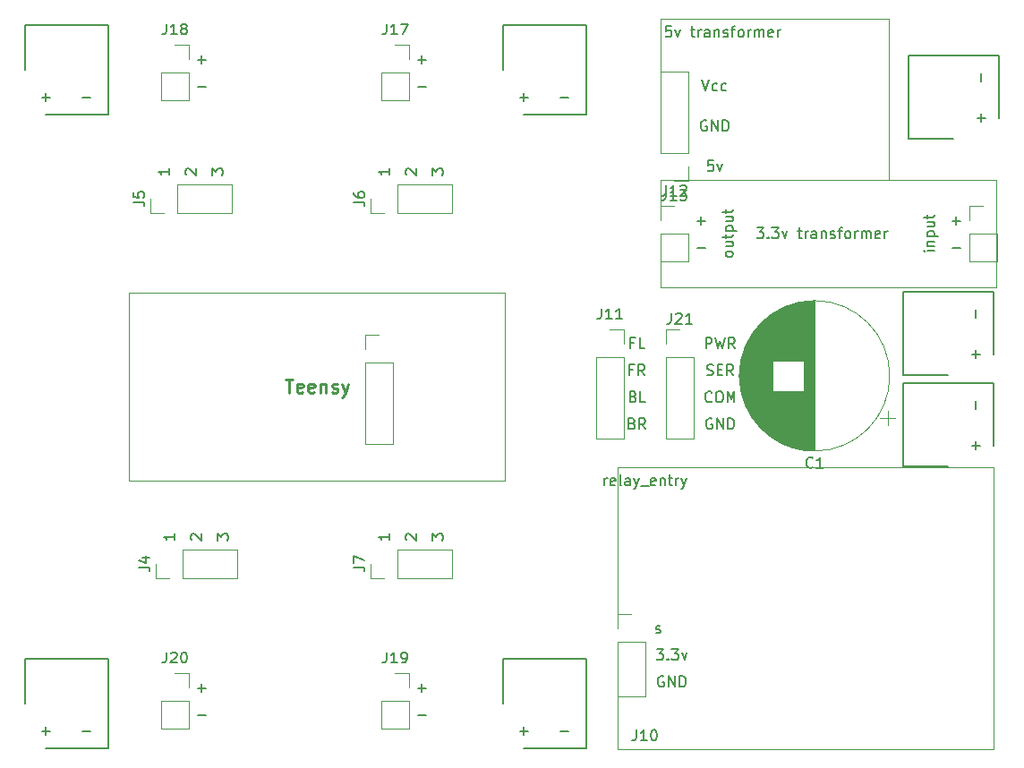
<source format=gto>
%TF.GenerationSoftware,KiCad,Pcbnew,5.1.10-88a1d61d58~88~ubuntu18.04.1*%
%TF.CreationDate,2022-01-24T00:07:05+01:00*%
%TF.ProjectId,catbot_electronics_board,7061766c-6f76-45f6-9d69-6e695f656c65,rev?*%
%TF.SameCoordinates,Original*%
%TF.FileFunction,Legend,Top*%
%TF.FilePolarity,Positive*%
%FSLAX46Y46*%
G04 Gerber Fmt 4.6, Leading zero omitted, Abs format (unit mm)*
G04 Created by KiCad (PCBNEW 5.1.10-88a1d61d58~88~ubuntu18.04.1) date 2022-01-24 00:07:05*
%MOMM*%
%LPD*%
G01*
G04 APERTURE LIST*
%ADD10C,0.200000*%
%ADD11C,0.120000*%
%ADD12C,0.100000*%
%ADD13C,0.150000*%
%ADD14C,0.254000*%
G04 APERTURE END LIST*
D10*
%TO.C,J14*%
X148658000Y-123362000D02*
X152908000Y-123362000D01*
X148658000Y-115502000D02*
X148658000Y-123362000D01*
X157158000Y-115502000D02*
X148658000Y-115502000D01*
X157158000Y-121412000D02*
X157158000Y-115502000D01*
%TO.C,J8*%
X65614000Y-150182000D02*
X65614000Y-154432000D01*
X73474000Y-150182000D02*
X65614000Y-150182000D01*
X73474000Y-158682000D02*
X73474000Y-150182000D01*
X67564000Y-158682000D02*
X73474000Y-158682000D01*
D11*
%TO.C,J21*%
X126178000Y-129346000D02*
X128838000Y-129346000D01*
X126178000Y-121666000D02*
X126178000Y-129346000D01*
X128838000Y-121666000D02*
X128838000Y-129346000D01*
X126178000Y-121666000D02*
X128838000Y-121666000D01*
X126178000Y-120396000D02*
X126178000Y-119066000D01*
X126178000Y-119066000D02*
X127508000Y-119066000D01*
%TO.C,J20*%
X78426000Y-154178000D02*
X81086000Y-154178000D01*
X78426000Y-154178000D02*
X78426000Y-156778000D01*
X78426000Y-156778000D02*
X81086000Y-156778000D01*
X81086000Y-154178000D02*
X81086000Y-156778000D01*
X81086000Y-151578000D02*
X81086000Y-152908000D01*
X79756000Y-151578000D02*
X81086000Y-151578000D01*
%TO.C,J19*%
X99254000Y-154178000D02*
X101914000Y-154178000D01*
X99254000Y-154178000D02*
X99254000Y-156778000D01*
X99254000Y-156778000D02*
X101914000Y-156778000D01*
X101914000Y-154178000D02*
X101914000Y-156778000D01*
X101914000Y-151578000D02*
X101914000Y-152908000D01*
X100584000Y-151578000D02*
X101914000Y-151578000D01*
%TO.C,J18*%
X78426000Y-94742000D02*
X81086000Y-94742000D01*
X78426000Y-94742000D02*
X78426000Y-97342000D01*
X78426000Y-97342000D02*
X81086000Y-97342000D01*
X81086000Y-94742000D02*
X81086000Y-97342000D01*
X81086000Y-92142000D02*
X81086000Y-93472000D01*
X79756000Y-92142000D02*
X81086000Y-92142000D01*
%TO.C,J17*%
X99254000Y-94742000D02*
X101914000Y-94742000D01*
X99254000Y-94742000D02*
X99254000Y-97342000D01*
X99254000Y-97342000D02*
X101914000Y-97342000D01*
X101914000Y-94742000D02*
X101914000Y-97342000D01*
X101914000Y-92142000D02*
X101914000Y-93472000D01*
X100584000Y-92142000D02*
X101914000Y-92142000D01*
D10*
%TO.C,J16*%
X149166000Y-101010000D02*
X153416000Y-101010000D01*
X149166000Y-93150000D02*
X149166000Y-101010000D01*
X157666000Y-93150000D02*
X149166000Y-93150000D01*
X157666000Y-99060000D02*
X157666000Y-93150000D01*
%TO.C,J15*%
X65614000Y-90238000D02*
X65614000Y-94488000D01*
X73474000Y-90238000D02*
X65614000Y-90238000D01*
X73474000Y-98738000D02*
X73474000Y-90238000D01*
X67564000Y-98738000D02*
X73474000Y-98738000D01*
D11*
%TO.C,J11*%
X119574000Y-121666000D02*
X122234000Y-121666000D01*
X119574000Y-121666000D02*
X119574000Y-129346000D01*
X119574000Y-129346000D02*
X122234000Y-129346000D01*
X122234000Y-121666000D02*
X122234000Y-129346000D01*
X122234000Y-119066000D02*
X122234000Y-120396000D01*
X120904000Y-119066000D02*
X122234000Y-119066000D01*
D10*
%TO.C,J9*%
X148658000Y-131998000D02*
X152908000Y-131998000D01*
X148658000Y-124138000D02*
X148658000Y-131998000D01*
X157158000Y-124138000D02*
X148658000Y-124138000D01*
X157158000Y-130048000D02*
X157158000Y-124138000D01*
D11*
%TO.C,J7*%
X105978000Y-142554000D02*
X105978000Y-139894000D01*
X100838000Y-142554000D02*
X105978000Y-142554000D01*
X100838000Y-139894000D02*
X105978000Y-139894000D01*
X100838000Y-142554000D02*
X100838000Y-139894000D01*
X99568000Y-142554000D02*
X98238000Y-142554000D01*
X98238000Y-142554000D02*
X98238000Y-141224000D01*
%TO.C,J6*%
X105978000Y-108010000D02*
X105978000Y-105350000D01*
X100838000Y-108010000D02*
X105978000Y-108010000D01*
X100838000Y-105350000D02*
X105978000Y-105350000D01*
X100838000Y-108010000D02*
X100838000Y-105350000D01*
X99568000Y-108010000D02*
X98238000Y-108010000D01*
X98238000Y-108010000D02*
X98238000Y-106680000D01*
%TO.C,J5*%
X85150000Y-108010000D02*
X85150000Y-105350000D01*
X80010000Y-108010000D02*
X85150000Y-108010000D01*
X80010000Y-105350000D02*
X85150000Y-105350000D01*
X80010000Y-108010000D02*
X80010000Y-105350000D01*
X78740000Y-108010000D02*
X77410000Y-108010000D01*
X77410000Y-108010000D02*
X77410000Y-106680000D01*
%TO.C,J4*%
X85658000Y-142554000D02*
X85658000Y-139894000D01*
X80518000Y-142554000D02*
X85658000Y-142554000D01*
X80518000Y-139894000D02*
X85658000Y-139894000D01*
X80518000Y-142554000D02*
X80518000Y-139894000D01*
X79248000Y-142554000D02*
X77918000Y-142554000D01*
X77918000Y-142554000D02*
X77918000Y-141224000D01*
D10*
%TO.C,J3*%
X110826000Y-90238000D02*
X110826000Y-94488000D01*
X118686000Y-90238000D02*
X110826000Y-90238000D01*
X118686000Y-98738000D02*
X118686000Y-90238000D01*
X112776000Y-98738000D02*
X118686000Y-98738000D01*
%TO.C,J2*%
X110826000Y-150182000D02*
X110826000Y-154432000D01*
X118686000Y-150182000D02*
X110826000Y-150182000D01*
X118686000Y-158682000D02*
X118686000Y-150182000D01*
X112776000Y-158682000D02*
X118686000Y-158682000D01*
D11*
%TO.C,J1*%
X97730000Y-129854000D02*
X100390000Y-129854000D01*
X97730000Y-122174000D02*
X97730000Y-129854000D01*
X100390000Y-122174000D02*
X100390000Y-129854000D01*
X97730000Y-122174000D02*
X100390000Y-122174000D01*
X97730000Y-120904000D02*
X97730000Y-119574000D01*
X97730000Y-119574000D02*
X99060000Y-119574000D01*
%TO.C,J12*%
X128330000Y-94682000D02*
X125670000Y-94682000D01*
X128330000Y-102362000D02*
X128330000Y-94682000D01*
X125670000Y-102362000D02*
X125670000Y-94682000D01*
X128330000Y-102362000D02*
X125670000Y-102362000D01*
X128330000Y-103632000D02*
X128330000Y-104962000D01*
X128330000Y-104962000D02*
X127000000Y-104962000D01*
X125670000Y-94682000D02*
X125730000Y-89662000D01*
X125730000Y-89662000D02*
X147320000Y-89662000D01*
X147320000Y-89662000D02*
X147320000Y-104902000D01*
X147320000Y-104902000D02*
X128270000Y-104902000D01*
%TO.C,J13*%
X125670000Y-107382000D02*
X127000000Y-107382000D01*
X125670000Y-108712000D02*
X125670000Y-107382000D01*
X125670000Y-109982000D02*
X128330000Y-109982000D01*
X128330000Y-109982000D02*
X128330000Y-112582000D01*
X125670000Y-109982000D02*
X125670000Y-112582000D01*
X125670000Y-112582000D02*
X128330000Y-112582000D01*
X125730000Y-107442000D02*
X125730000Y-104902000D01*
X125730000Y-104902000D02*
X157480000Y-104902000D01*
X157480000Y-104902000D02*
X157480000Y-113792000D01*
X125670000Y-112582000D02*
X125730000Y-115062000D01*
X125730000Y-115062000D02*
X157480000Y-115062000D01*
X157480000Y-115062000D02*
X157480000Y-113792000D01*
X157540000Y-109982000D02*
X157540000Y-112582000D01*
X154880000Y-108712000D02*
X154880000Y-107382000D01*
X154880000Y-107382000D02*
X156210000Y-107382000D01*
X154880000Y-109982000D02*
X154880000Y-112582000D01*
X154880000Y-112582000D02*
X157540000Y-112582000D01*
X154880000Y-109982000D02*
X157540000Y-109982000D01*
%TO.C,J10*%
X121666000Y-158750000D02*
X121606000Y-153730000D01*
X157226000Y-158750000D02*
X121666000Y-158750000D01*
X157226000Y-132080000D02*
X157226000Y-158750000D01*
X121666000Y-132080000D02*
X157226000Y-132080000D01*
X121666000Y-146050000D02*
X121666000Y-132080000D01*
X121606000Y-153730000D02*
X124266000Y-153730000D01*
X121606000Y-148590000D02*
X121606000Y-153730000D01*
X124266000Y-148590000D02*
X124266000Y-153730000D01*
X121606000Y-148590000D02*
X124266000Y-148590000D01*
X121606000Y-147320000D02*
X121606000Y-145990000D01*
X121606000Y-145990000D02*
X122936000Y-145990000D01*
D12*
%TO.C,Teensy*%
X75438000Y-133350000D02*
X75438000Y-115570000D01*
X110998000Y-133350000D02*
X75438000Y-133350000D01*
X110998000Y-115570000D02*
X110998000Y-133350000D01*
X75438000Y-115570000D02*
X110998000Y-115570000D01*
D11*
%TO.C,C1*%
X147368000Y-123444000D02*
G75*
G03*
X147368000Y-123444000I-7120000J0D01*
G01*
X140248000Y-130524000D02*
X140248000Y-116364000D01*
X140208000Y-130524000D02*
X140208000Y-116364000D01*
X140168000Y-130524000D02*
X140168000Y-116364000D01*
X140128000Y-130523000D02*
X140128000Y-116365000D01*
X140088000Y-130523000D02*
X140088000Y-116365000D01*
X140048000Y-130522000D02*
X140048000Y-116366000D01*
X140008000Y-130520000D02*
X140008000Y-116368000D01*
X139968000Y-130519000D02*
X139968000Y-116369000D01*
X139928000Y-130517000D02*
X139928000Y-116371000D01*
X139888000Y-130515000D02*
X139888000Y-116373000D01*
X139848000Y-130513000D02*
X139848000Y-116375000D01*
X139808000Y-130511000D02*
X139808000Y-116377000D01*
X139768000Y-130508000D02*
X139768000Y-116380000D01*
X139728000Y-130505000D02*
X139728000Y-116383000D01*
X139688000Y-130502000D02*
X139688000Y-116386000D01*
X139648000Y-130499000D02*
X139648000Y-116389000D01*
X139608000Y-130496000D02*
X139608000Y-116392000D01*
X139568000Y-130492000D02*
X139568000Y-116396000D01*
X139527000Y-130488000D02*
X139527000Y-116400000D01*
X139487000Y-130484000D02*
X139487000Y-116404000D01*
X139447000Y-130479000D02*
X139447000Y-116409000D01*
X139407000Y-130475000D02*
X139407000Y-116413000D01*
X139367000Y-130470000D02*
X139367000Y-116418000D01*
X139327000Y-130465000D02*
X139327000Y-116423000D01*
X139287000Y-130459000D02*
X139287000Y-116429000D01*
X139247000Y-130454000D02*
X139247000Y-116434000D01*
X139207000Y-130448000D02*
X139207000Y-116440000D01*
X139167000Y-130442000D02*
X139167000Y-124884000D01*
X139167000Y-122004000D02*
X139167000Y-116446000D01*
X139127000Y-130436000D02*
X139127000Y-124884000D01*
X139127000Y-122004000D02*
X139127000Y-116452000D01*
X139087000Y-130429000D02*
X139087000Y-124884000D01*
X139087000Y-122004000D02*
X139087000Y-116459000D01*
X139047000Y-130423000D02*
X139047000Y-124884000D01*
X139047000Y-122004000D02*
X139047000Y-116465000D01*
X139007000Y-130416000D02*
X139007000Y-124884000D01*
X139007000Y-122004000D02*
X139007000Y-116472000D01*
X138967000Y-130408000D02*
X138967000Y-124884000D01*
X138967000Y-122004000D02*
X138967000Y-116480000D01*
X138927000Y-130401000D02*
X138927000Y-124884000D01*
X138927000Y-122004000D02*
X138927000Y-116487000D01*
X138887000Y-130393000D02*
X138887000Y-124884000D01*
X138887000Y-122004000D02*
X138887000Y-116495000D01*
X138847000Y-130386000D02*
X138847000Y-124884000D01*
X138847000Y-122004000D02*
X138847000Y-116502000D01*
X138807000Y-130377000D02*
X138807000Y-124884000D01*
X138807000Y-122004000D02*
X138807000Y-116511000D01*
X138767000Y-130369000D02*
X138767000Y-124884000D01*
X138767000Y-122004000D02*
X138767000Y-116519000D01*
X138727000Y-130360000D02*
X138727000Y-124884000D01*
X138727000Y-122004000D02*
X138727000Y-116528000D01*
X138687000Y-130351000D02*
X138687000Y-124884000D01*
X138687000Y-122004000D02*
X138687000Y-116537000D01*
X138647000Y-130342000D02*
X138647000Y-124884000D01*
X138647000Y-122004000D02*
X138647000Y-116546000D01*
X138607000Y-130333000D02*
X138607000Y-124884000D01*
X138607000Y-122004000D02*
X138607000Y-116555000D01*
X138567000Y-130323000D02*
X138567000Y-124884000D01*
X138567000Y-122004000D02*
X138567000Y-116565000D01*
X138527000Y-130314000D02*
X138527000Y-124884000D01*
X138527000Y-122004000D02*
X138527000Y-116574000D01*
X138487000Y-130304000D02*
X138487000Y-124884000D01*
X138487000Y-122004000D02*
X138487000Y-116584000D01*
X138447000Y-130293000D02*
X138447000Y-124884000D01*
X138447000Y-122004000D02*
X138447000Y-116595000D01*
X138407000Y-130283000D02*
X138407000Y-124884000D01*
X138407000Y-122004000D02*
X138407000Y-116605000D01*
X138367000Y-130272000D02*
X138367000Y-124884000D01*
X138367000Y-122004000D02*
X138367000Y-116616000D01*
X138327000Y-130261000D02*
X138327000Y-124884000D01*
X138327000Y-122004000D02*
X138327000Y-116627000D01*
X138287000Y-130249000D02*
X138287000Y-124884000D01*
X138287000Y-122004000D02*
X138287000Y-116639000D01*
X138247000Y-130238000D02*
X138247000Y-124884000D01*
X138247000Y-122004000D02*
X138247000Y-116650000D01*
X138207000Y-130226000D02*
X138207000Y-124884000D01*
X138207000Y-122004000D02*
X138207000Y-116662000D01*
X138167000Y-130214000D02*
X138167000Y-124884000D01*
X138167000Y-122004000D02*
X138167000Y-116674000D01*
X138127000Y-130202000D02*
X138127000Y-124884000D01*
X138127000Y-122004000D02*
X138127000Y-116686000D01*
X138087000Y-130189000D02*
X138087000Y-124884000D01*
X138087000Y-122004000D02*
X138087000Y-116699000D01*
X138047000Y-130176000D02*
X138047000Y-124884000D01*
X138047000Y-122004000D02*
X138047000Y-116712000D01*
X138007000Y-130163000D02*
X138007000Y-124884000D01*
X138007000Y-122004000D02*
X138007000Y-116725000D01*
X137967000Y-130150000D02*
X137967000Y-124884000D01*
X137967000Y-122004000D02*
X137967000Y-116738000D01*
X137927000Y-130136000D02*
X137927000Y-124884000D01*
X137927000Y-122004000D02*
X137927000Y-116752000D01*
X137887000Y-130122000D02*
X137887000Y-124884000D01*
X137887000Y-122004000D02*
X137887000Y-116766000D01*
X137847000Y-130108000D02*
X137847000Y-124884000D01*
X137847000Y-122004000D02*
X137847000Y-116780000D01*
X137807000Y-130093000D02*
X137807000Y-124884000D01*
X137807000Y-122004000D02*
X137807000Y-116795000D01*
X137767000Y-130079000D02*
X137767000Y-124884000D01*
X137767000Y-122004000D02*
X137767000Y-116809000D01*
X137727000Y-130064000D02*
X137727000Y-124884000D01*
X137727000Y-122004000D02*
X137727000Y-116824000D01*
X137687000Y-130048000D02*
X137687000Y-124884000D01*
X137687000Y-122004000D02*
X137687000Y-116840000D01*
X137647000Y-130033000D02*
X137647000Y-124884000D01*
X137647000Y-122004000D02*
X137647000Y-116855000D01*
X137607000Y-130017000D02*
X137607000Y-124884000D01*
X137607000Y-122004000D02*
X137607000Y-116871000D01*
X137567000Y-130001000D02*
X137567000Y-124884000D01*
X137567000Y-122004000D02*
X137567000Y-116887000D01*
X137527000Y-129984000D02*
X137527000Y-124884000D01*
X137527000Y-122004000D02*
X137527000Y-116904000D01*
X137487000Y-129968000D02*
X137487000Y-124884000D01*
X137487000Y-122004000D02*
X137487000Y-116920000D01*
X137447000Y-129951000D02*
X137447000Y-124884000D01*
X137447000Y-122004000D02*
X137447000Y-116937000D01*
X137407000Y-129934000D02*
X137407000Y-124884000D01*
X137407000Y-122004000D02*
X137407000Y-116954000D01*
X137367000Y-129916000D02*
X137367000Y-124884000D01*
X137367000Y-122004000D02*
X137367000Y-116972000D01*
X137327000Y-129898000D02*
X137327000Y-124884000D01*
X137327000Y-122004000D02*
X137327000Y-116990000D01*
X137287000Y-129880000D02*
X137287000Y-124884000D01*
X137287000Y-122004000D02*
X137287000Y-117008000D01*
X137247000Y-129862000D02*
X137247000Y-124884000D01*
X137247000Y-122004000D02*
X137247000Y-117026000D01*
X137207000Y-129843000D02*
X137207000Y-124884000D01*
X137207000Y-122004000D02*
X137207000Y-117045000D01*
X137167000Y-129824000D02*
X137167000Y-124884000D01*
X137167000Y-122004000D02*
X137167000Y-117064000D01*
X137127000Y-129804000D02*
X137127000Y-124884000D01*
X137127000Y-122004000D02*
X137127000Y-117084000D01*
X137087000Y-129785000D02*
X137087000Y-124884000D01*
X137087000Y-122004000D02*
X137087000Y-117103000D01*
X137047000Y-129765000D02*
X137047000Y-124884000D01*
X137047000Y-122004000D02*
X137047000Y-117123000D01*
X137007000Y-129745000D02*
X137007000Y-124884000D01*
X137007000Y-122004000D02*
X137007000Y-117143000D01*
X136967000Y-129724000D02*
X136967000Y-124884000D01*
X136967000Y-122004000D02*
X136967000Y-117164000D01*
X136927000Y-129703000D02*
X136927000Y-124884000D01*
X136927000Y-122004000D02*
X136927000Y-117185000D01*
X136887000Y-129682000D02*
X136887000Y-124884000D01*
X136887000Y-122004000D02*
X136887000Y-117206000D01*
X136847000Y-129660000D02*
X136847000Y-124884000D01*
X136847000Y-122004000D02*
X136847000Y-117228000D01*
X136807000Y-129638000D02*
X136807000Y-124884000D01*
X136807000Y-122004000D02*
X136807000Y-117250000D01*
X136767000Y-129616000D02*
X136767000Y-124884000D01*
X136767000Y-122004000D02*
X136767000Y-117272000D01*
X136727000Y-129594000D02*
X136727000Y-124884000D01*
X136727000Y-122004000D02*
X136727000Y-117294000D01*
X136687000Y-129571000D02*
X136687000Y-124884000D01*
X136687000Y-122004000D02*
X136687000Y-117317000D01*
X136647000Y-129547000D02*
X136647000Y-124884000D01*
X136647000Y-122004000D02*
X136647000Y-117341000D01*
X136607000Y-129524000D02*
X136607000Y-124884000D01*
X136607000Y-122004000D02*
X136607000Y-117364000D01*
X136567000Y-129500000D02*
X136567000Y-124884000D01*
X136567000Y-122004000D02*
X136567000Y-117388000D01*
X136527000Y-129475000D02*
X136527000Y-124884000D01*
X136527000Y-122004000D02*
X136527000Y-117413000D01*
X136487000Y-129451000D02*
X136487000Y-124884000D01*
X136487000Y-122004000D02*
X136487000Y-117437000D01*
X136447000Y-129426000D02*
X136447000Y-124884000D01*
X136447000Y-122004000D02*
X136447000Y-117462000D01*
X136407000Y-129400000D02*
X136407000Y-124884000D01*
X136407000Y-122004000D02*
X136407000Y-117488000D01*
X136367000Y-129374000D02*
X136367000Y-124884000D01*
X136367000Y-122004000D02*
X136367000Y-117514000D01*
X136327000Y-129348000D02*
X136327000Y-124884000D01*
X136327000Y-122004000D02*
X136327000Y-117540000D01*
X136287000Y-129322000D02*
X136287000Y-117566000D01*
X136247000Y-129295000D02*
X136247000Y-117593000D01*
X136207000Y-129267000D02*
X136207000Y-117621000D01*
X136167000Y-129240000D02*
X136167000Y-117648000D01*
X136127000Y-129211000D02*
X136127000Y-117677000D01*
X136087000Y-129183000D02*
X136087000Y-117705000D01*
X136047000Y-129154000D02*
X136047000Y-117734000D01*
X136007000Y-129124000D02*
X136007000Y-117764000D01*
X135967000Y-129094000D02*
X135967000Y-117794000D01*
X135927000Y-129064000D02*
X135927000Y-117824000D01*
X135887000Y-129033000D02*
X135887000Y-117855000D01*
X135847000Y-129002000D02*
X135847000Y-117886000D01*
X135807000Y-128971000D02*
X135807000Y-117917000D01*
X135767000Y-128938000D02*
X135767000Y-117950000D01*
X135727000Y-128906000D02*
X135727000Y-117982000D01*
X135687000Y-128873000D02*
X135687000Y-118015000D01*
X135647000Y-128839000D02*
X135647000Y-118049000D01*
X135607000Y-128805000D02*
X135607000Y-118083000D01*
X135567000Y-128770000D02*
X135567000Y-118118000D01*
X135527000Y-128735000D02*
X135527000Y-118153000D01*
X135487000Y-128699000D02*
X135487000Y-118189000D01*
X135447000Y-128663000D02*
X135447000Y-118225000D01*
X135407000Y-128626000D02*
X135407000Y-118262000D01*
X135367000Y-128589000D02*
X135367000Y-118299000D01*
X135327000Y-128551000D02*
X135327000Y-118337000D01*
X135287000Y-128513000D02*
X135287000Y-118375000D01*
X135247000Y-128473000D02*
X135247000Y-118415000D01*
X135207000Y-128434000D02*
X135207000Y-118454000D01*
X135167000Y-128393000D02*
X135167000Y-118495000D01*
X135127000Y-128352000D02*
X135127000Y-118536000D01*
X135087000Y-128310000D02*
X135087000Y-118578000D01*
X135047000Y-128268000D02*
X135047000Y-118620000D01*
X135007000Y-128225000D02*
X135007000Y-118663000D01*
X134967000Y-128181000D02*
X134967000Y-118707000D01*
X134927000Y-128137000D02*
X134927000Y-118751000D01*
X134887000Y-128091000D02*
X134887000Y-118797000D01*
X134847000Y-128045000D02*
X134847000Y-118843000D01*
X134807000Y-127998000D02*
X134807000Y-118890000D01*
X134767000Y-127950000D02*
X134767000Y-118938000D01*
X134727000Y-127902000D02*
X134727000Y-118986000D01*
X134687000Y-127852000D02*
X134687000Y-119036000D01*
X134647000Y-127802000D02*
X134647000Y-119086000D01*
X134607000Y-127750000D02*
X134607000Y-119138000D01*
X134567000Y-127698000D02*
X134567000Y-119190000D01*
X134527000Y-127644000D02*
X134527000Y-119244000D01*
X134487000Y-127590000D02*
X134487000Y-119298000D01*
X134447000Y-127534000D02*
X134447000Y-119354000D01*
X134407000Y-127477000D02*
X134407000Y-119411000D01*
X134367000Y-127419000D02*
X134367000Y-119469000D01*
X134327000Y-127360000D02*
X134327000Y-119528000D01*
X134287000Y-127300000D02*
X134287000Y-119588000D01*
X134247000Y-127238000D02*
X134247000Y-119650000D01*
X134207000Y-127174000D02*
X134207000Y-119714000D01*
X134167000Y-127110000D02*
X134167000Y-119778000D01*
X134127000Y-127043000D02*
X134127000Y-119845000D01*
X134087000Y-126975000D02*
X134087000Y-119913000D01*
X134047000Y-126905000D02*
X134047000Y-119983000D01*
X134007000Y-126833000D02*
X134007000Y-120055000D01*
X133967000Y-126759000D02*
X133967000Y-120129000D01*
X133927000Y-126684000D02*
X133927000Y-120204000D01*
X133887000Y-126605000D02*
X133887000Y-120283000D01*
X133847000Y-126524000D02*
X133847000Y-120364000D01*
X133807000Y-126441000D02*
X133807000Y-120447000D01*
X133767000Y-126355000D02*
X133767000Y-120533000D01*
X133727000Y-126265000D02*
X133727000Y-120623000D01*
X133687000Y-126172000D02*
X133687000Y-120716000D01*
X133647000Y-126076000D02*
X133647000Y-120812000D01*
X133607000Y-125974000D02*
X133607000Y-120914000D01*
X133567000Y-125869000D02*
X133567000Y-121019000D01*
X133527000Y-125757000D02*
X133527000Y-121131000D01*
X133487000Y-125640000D02*
X133487000Y-121248000D01*
X133447000Y-125515000D02*
X133447000Y-121373000D01*
X133407000Y-125382000D02*
X133407000Y-121506000D01*
X133367000Y-125238000D02*
X133367000Y-121650000D01*
X133327000Y-125080000D02*
X133327000Y-121808000D01*
X133287000Y-124905000D02*
X133287000Y-121983000D01*
X133247000Y-124706000D02*
X133247000Y-122182000D01*
X133207000Y-124469000D02*
X133207000Y-122419000D01*
X133167000Y-124158000D02*
X133167000Y-122730000D01*
X147867543Y-127439000D02*
X146467543Y-127439000D01*
X147167543Y-128139000D02*
X147167543Y-126739000D01*
%TO.C,J14*%
D13*
X155519428Y-117982952D02*
X155519428Y-117221047D01*
X155519428Y-121792952D02*
X155519428Y-121031047D01*
X155900380Y-121412000D02*
X155138476Y-121412000D01*
%TO.C,J8*%
X70993047Y-157043428D02*
X71754952Y-157043428D01*
X67183047Y-157043428D02*
X67944952Y-157043428D01*
X67564000Y-157424380D02*
X67564000Y-156662476D01*
%TO.C,J21*%
X126698476Y-117518380D02*
X126698476Y-118232666D01*
X126650857Y-118375523D01*
X126555619Y-118470761D01*
X126412761Y-118518380D01*
X126317523Y-118518380D01*
X127127047Y-117613619D02*
X127174666Y-117566000D01*
X127269904Y-117518380D01*
X127508000Y-117518380D01*
X127603238Y-117566000D01*
X127650857Y-117613619D01*
X127698476Y-117708857D01*
X127698476Y-117804095D01*
X127650857Y-117946952D01*
X127079428Y-118518380D01*
X127698476Y-118518380D01*
X128650857Y-118518380D02*
X128079428Y-118518380D01*
X128365142Y-118518380D02*
X128365142Y-117518380D01*
X128269904Y-117661238D01*
X128174666Y-117756476D01*
X128079428Y-117804095D01*
X130532285Y-125833142D02*
X130484666Y-125880761D01*
X130341809Y-125928380D01*
X130246571Y-125928380D01*
X130103714Y-125880761D01*
X130008476Y-125785523D01*
X129960857Y-125690285D01*
X129913238Y-125499809D01*
X129913238Y-125356952D01*
X129960857Y-125166476D01*
X130008476Y-125071238D01*
X130103714Y-124976000D01*
X130246571Y-124928380D01*
X130341809Y-124928380D01*
X130484666Y-124976000D01*
X130532285Y-125023619D01*
X131151333Y-124928380D02*
X131341809Y-124928380D01*
X131437047Y-124976000D01*
X131532285Y-125071238D01*
X131579904Y-125261714D01*
X131579904Y-125595047D01*
X131532285Y-125785523D01*
X131437047Y-125880761D01*
X131341809Y-125928380D01*
X131151333Y-125928380D01*
X131056095Y-125880761D01*
X130960857Y-125785523D01*
X130913238Y-125595047D01*
X130913238Y-125261714D01*
X130960857Y-125071238D01*
X131056095Y-124976000D01*
X131151333Y-124928380D01*
X132008476Y-125928380D02*
X132008476Y-124928380D01*
X132341809Y-125642666D01*
X132675142Y-124928380D01*
X132675142Y-125928380D01*
X130079904Y-123340761D02*
X130222761Y-123388380D01*
X130460857Y-123388380D01*
X130556095Y-123340761D01*
X130603714Y-123293142D01*
X130651333Y-123197904D01*
X130651333Y-123102666D01*
X130603714Y-123007428D01*
X130556095Y-122959809D01*
X130460857Y-122912190D01*
X130270380Y-122864571D01*
X130175142Y-122816952D01*
X130127523Y-122769333D01*
X130079904Y-122674095D01*
X130079904Y-122578857D01*
X130127523Y-122483619D01*
X130175142Y-122436000D01*
X130270380Y-122388380D01*
X130508476Y-122388380D01*
X130651333Y-122436000D01*
X131079904Y-122864571D02*
X131413238Y-122864571D01*
X131556095Y-123388380D02*
X131079904Y-123388380D01*
X131079904Y-122388380D01*
X131556095Y-122388380D01*
X132556095Y-123388380D02*
X132222761Y-122912190D01*
X131984666Y-123388380D02*
X131984666Y-122388380D01*
X132365619Y-122388380D01*
X132460857Y-122436000D01*
X132508476Y-122483619D01*
X132556095Y-122578857D01*
X132556095Y-122721714D01*
X132508476Y-122816952D01*
X132460857Y-122864571D01*
X132365619Y-122912190D01*
X131984666Y-122912190D01*
X129984666Y-120848380D02*
X129984666Y-119848380D01*
X130365619Y-119848380D01*
X130460857Y-119896000D01*
X130508476Y-119943619D01*
X130556095Y-120038857D01*
X130556095Y-120181714D01*
X130508476Y-120276952D01*
X130460857Y-120324571D01*
X130365619Y-120372190D01*
X129984666Y-120372190D01*
X130889428Y-119848380D02*
X131127523Y-120848380D01*
X131318000Y-120134095D01*
X131508476Y-120848380D01*
X131746571Y-119848380D01*
X132698952Y-120848380D02*
X132365619Y-120372190D01*
X132127523Y-120848380D02*
X132127523Y-119848380D01*
X132508476Y-119848380D01*
X132603714Y-119896000D01*
X132651333Y-119943619D01*
X132698952Y-120038857D01*
X132698952Y-120181714D01*
X132651333Y-120276952D01*
X132603714Y-120324571D01*
X132508476Y-120372190D01*
X132127523Y-120372190D01*
X130556095Y-127516000D02*
X130460857Y-127468380D01*
X130318000Y-127468380D01*
X130175142Y-127516000D01*
X130079904Y-127611238D01*
X130032285Y-127706476D01*
X129984666Y-127896952D01*
X129984666Y-128039809D01*
X130032285Y-128230285D01*
X130079904Y-128325523D01*
X130175142Y-128420761D01*
X130318000Y-128468380D01*
X130413238Y-128468380D01*
X130556095Y-128420761D01*
X130603714Y-128373142D01*
X130603714Y-128039809D01*
X130413238Y-128039809D01*
X131032285Y-128468380D02*
X131032285Y-127468380D01*
X131603714Y-128468380D01*
X131603714Y-127468380D01*
X132079904Y-128468380D02*
X132079904Y-127468380D01*
X132318000Y-127468380D01*
X132460857Y-127516000D01*
X132556095Y-127611238D01*
X132603714Y-127706476D01*
X132651333Y-127896952D01*
X132651333Y-128039809D01*
X132603714Y-128230285D01*
X132556095Y-128325523D01*
X132460857Y-128420761D01*
X132318000Y-128468380D01*
X132079904Y-128468380D01*
%TO.C,J20*%
X78946476Y-149590380D02*
X78946476Y-150304666D01*
X78898857Y-150447523D01*
X78803619Y-150542761D01*
X78660761Y-150590380D01*
X78565523Y-150590380D01*
X79375047Y-149685619D02*
X79422666Y-149638000D01*
X79517904Y-149590380D01*
X79756000Y-149590380D01*
X79851238Y-149638000D01*
X79898857Y-149685619D01*
X79946476Y-149780857D01*
X79946476Y-149876095D01*
X79898857Y-150018952D01*
X79327428Y-150590380D01*
X79946476Y-150590380D01*
X80565523Y-149590380D02*
X80660761Y-149590380D01*
X80756000Y-149638000D01*
X80803619Y-149685619D01*
X80851238Y-149780857D01*
X80898857Y-149971333D01*
X80898857Y-150209428D01*
X80851238Y-150399904D01*
X80803619Y-150495142D01*
X80756000Y-150542761D01*
X80660761Y-150590380D01*
X80565523Y-150590380D01*
X80470285Y-150542761D01*
X80422666Y-150495142D01*
X80375047Y-150399904D01*
X80327428Y-150209428D01*
X80327428Y-149971333D01*
X80375047Y-149780857D01*
X80422666Y-149685619D01*
X80470285Y-149638000D01*
X80565523Y-149590380D01*
X81915047Y-155519428D02*
X82676952Y-155519428D01*
X81915047Y-152979428D02*
X82676952Y-152979428D01*
X82296000Y-153360380D02*
X82296000Y-152598476D01*
%TO.C,J19*%
X99774476Y-149590380D02*
X99774476Y-150304666D01*
X99726857Y-150447523D01*
X99631619Y-150542761D01*
X99488761Y-150590380D01*
X99393523Y-150590380D01*
X100774476Y-150590380D02*
X100203047Y-150590380D01*
X100488761Y-150590380D02*
X100488761Y-149590380D01*
X100393523Y-149733238D01*
X100298285Y-149828476D01*
X100203047Y-149876095D01*
X101250666Y-150590380D02*
X101441142Y-150590380D01*
X101536380Y-150542761D01*
X101584000Y-150495142D01*
X101679238Y-150352285D01*
X101726857Y-150161809D01*
X101726857Y-149780857D01*
X101679238Y-149685619D01*
X101631619Y-149638000D01*
X101536380Y-149590380D01*
X101345904Y-149590380D01*
X101250666Y-149638000D01*
X101203047Y-149685619D01*
X101155428Y-149780857D01*
X101155428Y-150018952D01*
X101203047Y-150114190D01*
X101250666Y-150161809D01*
X101345904Y-150209428D01*
X101536380Y-150209428D01*
X101631619Y-150161809D01*
X101679238Y-150114190D01*
X101726857Y-150018952D01*
X102743047Y-155519428D02*
X103504952Y-155519428D01*
X102743047Y-152979428D02*
X103504952Y-152979428D01*
X103124000Y-153360380D02*
X103124000Y-152598476D01*
%TO.C,J18*%
X78946476Y-90154380D02*
X78946476Y-90868666D01*
X78898857Y-91011523D01*
X78803619Y-91106761D01*
X78660761Y-91154380D01*
X78565523Y-91154380D01*
X79946476Y-91154380D02*
X79375047Y-91154380D01*
X79660761Y-91154380D02*
X79660761Y-90154380D01*
X79565523Y-90297238D01*
X79470285Y-90392476D01*
X79375047Y-90440095D01*
X80517904Y-90582952D02*
X80422666Y-90535333D01*
X80375047Y-90487714D01*
X80327428Y-90392476D01*
X80327428Y-90344857D01*
X80375047Y-90249619D01*
X80422666Y-90202000D01*
X80517904Y-90154380D01*
X80708380Y-90154380D01*
X80803619Y-90202000D01*
X80851238Y-90249619D01*
X80898857Y-90344857D01*
X80898857Y-90392476D01*
X80851238Y-90487714D01*
X80803619Y-90535333D01*
X80708380Y-90582952D01*
X80517904Y-90582952D01*
X80422666Y-90630571D01*
X80375047Y-90678190D01*
X80327428Y-90773428D01*
X80327428Y-90963904D01*
X80375047Y-91059142D01*
X80422666Y-91106761D01*
X80517904Y-91154380D01*
X80708380Y-91154380D01*
X80803619Y-91106761D01*
X80851238Y-91059142D01*
X80898857Y-90963904D01*
X80898857Y-90773428D01*
X80851238Y-90678190D01*
X80803619Y-90630571D01*
X80708380Y-90582952D01*
X81915047Y-96083428D02*
X82676952Y-96083428D01*
X81915047Y-93543428D02*
X82676952Y-93543428D01*
X82296000Y-93924380D02*
X82296000Y-93162476D01*
%TO.C,J17*%
X99774476Y-90154380D02*
X99774476Y-90868666D01*
X99726857Y-91011523D01*
X99631619Y-91106761D01*
X99488761Y-91154380D01*
X99393523Y-91154380D01*
X100774476Y-91154380D02*
X100203047Y-91154380D01*
X100488761Y-91154380D02*
X100488761Y-90154380D01*
X100393523Y-90297238D01*
X100298285Y-90392476D01*
X100203047Y-90440095D01*
X101107809Y-90154380D02*
X101774476Y-90154380D01*
X101345904Y-91154380D01*
X102743047Y-96083428D02*
X103504952Y-96083428D01*
X102743047Y-93543428D02*
X103504952Y-93543428D01*
X103124000Y-93924380D02*
X103124000Y-93162476D01*
%TO.C,J16*%
X156027428Y-95630952D02*
X156027428Y-94869047D01*
X156027428Y-99440952D02*
X156027428Y-98679047D01*
X156408380Y-99060000D02*
X155646476Y-99060000D01*
%TO.C,J15*%
X70993047Y-97099428D02*
X71754952Y-97099428D01*
X67183047Y-97099428D02*
X67944952Y-97099428D01*
X67564000Y-97480380D02*
X67564000Y-96718476D01*
%TO.C,J11*%
X120094476Y-117078380D02*
X120094476Y-117792666D01*
X120046857Y-117935523D01*
X119951619Y-118030761D01*
X119808761Y-118078380D01*
X119713523Y-118078380D01*
X121094476Y-118078380D02*
X120523047Y-118078380D01*
X120808761Y-118078380D02*
X120808761Y-117078380D01*
X120713523Y-117221238D01*
X120618285Y-117316476D01*
X120523047Y-117364095D01*
X122046857Y-118078380D02*
X121475428Y-118078380D01*
X121761142Y-118078380D02*
X121761142Y-117078380D01*
X121665904Y-117221238D01*
X121570666Y-117316476D01*
X121475428Y-117364095D01*
X123015428Y-127944571D02*
X123158285Y-127992190D01*
X123205904Y-128039809D01*
X123253523Y-128135047D01*
X123253523Y-128277904D01*
X123205904Y-128373142D01*
X123158285Y-128420761D01*
X123063047Y-128468380D01*
X122682095Y-128468380D01*
X122682095Y-127468380D01*
X123015428Y-127468380D01*
X123110666Y-127516000D01*
X123158285Y-127563619D01*
X123205904Y-127658857D01*
X123205904Y-127754095D01*
X123158285Y-127849333D01*
X123110666Y-127896952D01*
X123015428Y-127944571D01*
X122682095Y-127944571D01*
X124253523Y-128468380D02*
X123920190Y-127992190D01*
X123682095Y-128468380D02*
X123682095Y-127468380D01*
X124063047Y-127468380D01*
X124158285Y-127516000D01*
X124205904Y-127563619D01*
X124253523Y-127658857D01*
X124253523Y-127801714D01*
X124205904Y-127896952D01*
X124158285Y-127944571D01*
X124063047Y-127992190D01*
X123682095Y-127992190D01*
X123110666Y-125404571D02*
X123253523Y-125452190D01*
X123301142Y-125499809D01*
X123348761Y-125595047D01*
X123348761Y-125737904D01*
X123301142Y-125833142D01*
X123253523Y-125880761D01*
X123158285Y-125928380D01*
X122777333Y-125928380D01*
X122777333Y-124928380D01*
X123110666Y-124928380D01*
X123205904Y-124976000D01*
X123253523Y-125023619D01*
X123301142Y-125118857D01*
X123301142Y-125214095D01*
X123253523Y-125309333D01*
X123205904Y-125356952D01*
X123110666Y-125404571D01*
X122777333Y-125404571D01*
X124253523Y-125928380D02*
X123777333Y-125928380D01*
X123777333Y-124928380D01*
X123086857Y-122864571D02*
X122753523Y-122864571D01*
X122753523Y-123388380D02*
X122753523Y-122388380D01*
X123229714Y-122388380D01*
X124182095Y-123388380D02*
X123848761Y-122912190D01*
X123610666Y-123388380D02*
X123610666Y-122388380D01*
X123991619Y-122388380D01*
X124086857Y-122436000D01*
X124134476Y-122483619D01*
X124182095Y-122578857D01*
X124182095Y-122721714D01*
X124134476Y-122816952D01*
X124086857Y-122864571D01*
X123991619Y-122912190D01*
X123610666Y-122912190D01*
X123182095Y-120324571D02*
X122848761Y-120324571D01*
X122848761Y-120848380D02*
X122848761Y-119848380D01*
X123324952Y-119848380D01*
X124182095Y-120848380D02*
X123705904Y-120848380D01*
X123705904Y-119848380D01*
%TO.C,J9*%
X155519428Y-126618952D02*
X155519428Y-125857047D01*
X155519428Y-130428952D02*
X155519428Y-129667047D01*
X155900380Y-130048000D02*
X155138476Y-130048000D01*
%TO.C,J7*%
X96690380Y-141557333D02*
X97404666Y-141557333D01*
X97547523Y-141604952D01*
X97642761Y-141700190D01*
X97690380Y-141843047D01*
X97690380Y-141938285D01*
X96690380Y-141176380D02*
X96690380Y-140509714D01*
X97690380Y-140938285D01*
X104100380Y-139017333D02*
X104100380Y-138398285D01*
X104481333Y-138731619D01*
X104481333Y-138588761D01*
X104528952Y-138493523D01*
X104576571Y-138445904D01*
X104671809Y-138398285D01*
X104909904Y-138398285D01*
X105005142Y-138445904D01*
X105052761Y-138493523D01*
X105100380Y-138588761D01*
X105100380Y-138874476D01*
X105052761Y-138969714D01*
X105005142Y-139017333D01*
X101655619Y-138969714D02*
X101608000Y-138922095D01*
X101560380Y-138826857D01*
X101560380Y-138588761D01*
X101608000Y-138493523D01*
X101655619Y-138445904D01*
X101750857Y-138398285D01*
X101846095Y-138398285D01*
X101988952Y-138445904D01*
X102560380Y-139017333D01*
X102560380Y-138398285D01*
X100020380Y-138398285D02*
X100020380Y-138969714D01*
X100020380Y-138684000D02*
X99020380Y-138684000D01*
X99163238Y-138779238D01*
X99258476Y-138874476D01*
X99306095Y-138969714D01*
%TO.C,J6*%
X96690380Y-107013333D02*
X97404666Y-107013333D01*
X97547523Y-107060952D01*
X97642761Y-107156190D01*
X97690380Y-107299047D01*
X97690380Y-107394285D01*
X96690380Y-106108571D02*
X96690380Y-106299047D01*
X96738000Y-106394285D01*
X96785619Y-106441904D01*
X96928476Y-106537142D01*
X97118952Y-106584761D01*
X97499904Y-106584761D01*
X97595142Y-106537142D01*
X97642761Y-106489523D01*
X97690380Y-106394285D01*
X97690380Y-106203809D01*
X97642761Y-106108571D01*
X97595142Y-106060952D01*
X97499904Y-106013333D01*
X97261809Y-106013333D01*
X97166571Y-106060952D01*
X97118952Y-106108571D01*
X97071333Y-106203809D01*
X97071333Y-106394285D01*
X97118952Y-106489523D01*
X97166571Y-106537142D01*
X97261809Y-106584761D01*
X104100380Y-104473333D02*
X104100380Y-103854285D01*
X104481333Y-104187619D01*
X104481333Y-104044761D01*
X104528952Y-103949523D01*
X104576571Y-103901904D01*
X104671809Y-103854285D01*
X104909904Y-103854285D01*
X105005142Y-103901904D01*
X105052761Y-103949523D01*
X105100380Y-104044761D01*
X105100380Y-104330476D01*
X105052761Y-104425714D01*
X105005142Y-104473333D01*
X101655619Y-104425714D02*
X101608000Y-104378095D01*
X101560380Y-104282857D01*
X101560380Y-104044761D01*
X101608000Y-103949523D01*
X101655619Y-103901904D01*
X101750857Y-103854285D01*
X101846095Y-103854285D01*
X101988952Y-103901904D01*
X102560380Y-104473333D01*
X102560380Y-103854285D01*
X100020380Y-103854285D02*
X100020380Y-104425714D01*
X100020380Y-104140000D02*
X99020380Y-104140000D01*
X99163238Y-104235238D01*
X99258476Y-104330476D01*
X99306095Y-104425714D01*
%TO.C,J5*%
X75862380Y-107013333D02*
X76576666Y-107013333D01*
X76719523Y-107060952D01*
X76814761Y-107156190D01*
X76862380Y-107299047D01*
X76862380Y-107394285D01*
X75862380Y-106060952D02*
X75862380Y-106537142D01*
X76338571Y-106584761D01*
X76290952Y-106537142D01*
X76243333Y-106441904D01*
X76243333Y-106203809D01*
X76290952Y-106108571D01*
X76338571Y-106060952D01*
X76433809Y-106013333D01*
X76671904Y-106013333D01*
X76767142Y-106060952D01*
X76814761Y-106108571D01*
X76862380Y-106203809D01*
X76862380Y-106441904D01*
X76814761Y-106537142D01*
X76767142Y-106584761D01*
X83272380Y-104473333D02*
X83272380Y-103854285D01*
X83653333Y-104187619D01*
X83653333Y-104044761D01*
X83700952Y-103949523D01*
X83748571Y-103901904D01*
X83843809Y-103854285D01*
X84081904Y-103854285D01*
X84177142Y-103901904D01*
X84224761Y-103949523D01*
X84272380Y-104044761D01*
X84272380Y-104330476D01*
X84224761Y-104425714D01*
X84177142Y-104473333D01*
X80827619Y-104425714D02*
X80780000Y-104378095D01*
X80732380Y-104282857D01*
X80732380Y-104044761D01*
X80780000Y-103949523D01*
X80827619Y-103901904D01*
X80922857Y-103854285D01*
X81018095Y-103854285D01*
X81160952Y-103901904D01*
X81732380Y-104473333D01*
X81732380Y-103854285D01*
X79192380Y-103854285D02*
X79192380Y-104425714D01*
X79192380Y-104140000D02*
X78192380Y-104140000D01*
X78335238Y-104235238D01*
X78430476Y-104330476D01*
X78478095Y-104425714D01*
%TO.C,J4*%
X76370380Y-141557333D02*
X77084666Y-141557333D01*
X77227523Y-141604952D01*
X77322761Y-141700190D01*
X77370380Y-141843047D01*
X77370380Y-141938285D01*
X76703714Y-140652571D02*
X77370380Y-140652571D01*
X76322761Y-140890666D02*
X77037047Y-141128761D01*
X77037047Y-140509714D01*
X83780380Y-139017333D02*
X83780380Y-138398285D01*
X84161333Y-138731619D01*
X84161333Y-138588761D01*
X84208952Y-138493523D01*
X84256571Y-138445904D01*
X84351809Y-138398285D01*
X84589904Y-138398285D01*
X84685142Y-138445904D01*
X84732761Y-138493523D01*
X84780380Y-138588761D01*
X84780380Y-138874476D01*
X84732761Y-138969714D01*
X84685142Y-139017333D01*
X81335619Y-138969714D02*
X81288000Y-138922095D01*
X81240380Y-138826857D01*
X81240380Y-138588761D01*
X81288000Y-138493523D01*
X81335619Y-138445904D01*
X81430857Y-138398285D01*
X81526095Y-138398285D01*
X81668952Y-138445904D01*
X82240380Y-139017333D01*
X82240380Y-138398285D01*
X79700380Y-138398285D02*
X79700380Y-138969714D01*
X79700380Y-138684000D02*
X78700380Y-138684000D01*
X78843238Y-138779238D01*
X78938476Y-138874476D01*
X78986095Y-138969714D01*
%TO.C,J3*%
X116205047Y-97099428D02*
X116966952Y-97099428D01*
X112395047Y-97099428D02*
X113156952Y-97099428D01*
X112776000Y-97480380D02*
X112776000Y-96718476D01*
%TO.C,J2*%
X116205047Y-157043428D02*
X116966952Y-157043428D01*
X112395047Y-157043428D02*
X113156952Y-157043428D01*
X112776000Y-157424380D02*
X112776000Y-156662476D01*
%TO.C,J12*%
X126190476Y-105414380D02*
X126190476Y-106128666D01*
X126142857Y-106271523D01*
X126047619Y-106366761D01*
X125904761Y-106414380D01*
X125809523Y-106414380D01*
X127190476Y-106414380D02*
X126619047Y-106414380D01*
X126904761Y-106414380D02*
X126904761Y-105414380D01*
X126809523Y-105557238D01*
X126714285Y-105652476D01*
X126619047Y-105700095D01*
X127571428Y-105509619D02*
X127619047Y-105462000D01*
X127714285Y-105414380D01*
X127952380Y-105414380D01*
X128047619Y-105462000D01*
X128095238Y-105509619D01*
X128142857Y-105604857D01*
X128142857Y-105700095D01*
X128095238Y-105842952D01*
X127523809Y-106414380D01*
X128142857Y-106414380D01*
X126691047Y-90384380D02*
X126214857Y-90384380D01*
X126167238Y-90860571D01*
X126214857Y-90812952D01*
X126310095Y-90765333D01*
X126548190Y-90765333D01*
X126643428Y-90812952D01*
X126691047Y-90860571D01*
X126738666Y-90955809D01*
X126738666Y-91193904D01*
X126691047Y-91289142D01*
X126643428Y-91336761D01*
X126548190Y-91384380D01*
X126310095Y-91384380D01*
X126214857Y-91336761D01*
X126167238Y-91289142D01*
X127072000Y-90717714D02*
X127310095Y-91384380D01*
X127548190Y-90717714D01*
X128548190Y-90717714D02*
X128929142Y-90717714D01*
X128691047Y-90384380D02*
X128691047Y-91241523D01*
X128738666Y-91336761D01*
X128833904Y-91384380D01*
X128929142Y-91384380D01*
X129262476Y-91384380D02*
X129262476Y-90717714D01*
X129262476Y-90908190D02*
X129310095Y-90812952D01*
X129357714Y-90765333D01*
X129452952Y-90717714D01*
X129548190Y-90717714D01*
X130310095Y-91384380D02*
X130310095Y-90860571D01*
X130262476Y-90765333D01*
X130167238Y-90717714D01*
X129976761Y-90717714D01*
X129881523Y-90765333D01*
X130310095Y-91336761D02*
X130214857Y-91384380D01*
X129976761Y-91384380D01*
X129881523Y-91336761D01*
X129833904Y-91241523D01*
X129833904Y-91146285D01*
X129881523Y-91051047D01*
X129976761Y-91003428D01*
X130214857Y-91003428D01*
X130310095Y-90955809D01*
X130786285Y-90717714D02*
X130786285Y-91384380D01*
X130786285Y-90812952D02*
X130833904Y-90765333D01*
X130929142Y-90717714D01*
X131072000Y-90717714D01*
X131167238Y-90765333D01*
X131214857Y-90860571D01*
X131214857Y-91384380D01*
X131643428Y-91336761D02*
X131738666Y-91384380D01*
X131929142Y-91384380D01*
X132024380Y-91336761D01*
X132072000Y-91241523D01*
X132072000Y-91193904D01*
X132024380Y-91098666D01*
X131929142Y-91051047D01*
X131786285Y-91051047D01*
X131691047Y-91003428D01*
X131643428Y-90908190D01*
X131643428Y-90860571D01*
X131691047Y-90765333D01*
X131786285Y-90717714D01*
X131929142Y-90717714D01*
X132024380Y-90765333D01*
X132357714Y-90717714D02*
X132738666Y-90717714D01*
X132500571Y-91384380D02*
X132500571Y-90527238D01*
X132548190Y-90432000D01*
X132643428Y-90384380D01*
X132738666Y-90384380D01*
X133214857Y-91384380D02*
X133119619Y-91336761D01*
X133072000Y-91289142D01*
X133024380Y-91193904D01*
X133024380Y-90908190D01*
X133072000Y-90812952D01*
X133119619Y-90765333D01*
X133214857Y-90717714D01*
X133357714Y-90717714D01*
X133452952Y-90765333D01*
X133500571Y-90812952D01*
X133548190Y-90908190D01*
X133548190Y-91193904D01*
X133500571Y-91289142D01*
X133452952Y-91336761D01*
X133357714Y-91384380D01*
X133214857Y-91384380D01*
X133976761Y-91384380D02*
X133976761Y-90717714D01*
X133976761Y-90908190D02*
X134024380Y-90812952D01*
X134072000Y-90765333D01*
X134167238Y-90717714D01*
X134262476Y-90717714D01*
X134595809Y-91384380D02*
X134595809Y-90717714D01*
X134595809Y-90812952D02*
X134643428Y-90765333D01*
X134738666Y-90717714D01*
X134881523Y-90717714D01*
X134976761Y-90765333D01*
X135024380Y-90860571D01*
X135024380Y-91384380D01*
X135024380Y-90860571D02*
X135072000Y-90765333D01*
X135167238Y-90717714D01*
X135310095Y-90717714D01*
X135405333Y-90765333D01*
X135452952Y-90860571D01*
X135452952Y-91384380D01*
X136310095Y-91336761D02*
X136214857Y-91384380D01*
X136024380Y-91384380D01*
X135929142Y-91336761D01*
X135881523Y-91241523D01*
X135881523Y-90860571D01*
X135929142Y-90765333D01*
X136024380Y-90717714D01*
X136214857Y-90717714D01*
X136310095Y-90765333D01*
X136357714Y-90860571D01*
X136357714Y-90955809D01*
X135881523Y-91051047D01*
X136786285Y-91384380D02*
X136786285Y-90717714D01*
X136786285Y-90908190D02*
X136833904Y-90812952D01*
X136881523Y-90765333D01*
X136976761Y-90717714D01*
X137072000Y-90717714D01*
X129619523Y-95464380D02*
X129952857Y-96464380D01*
X130286190Y-95464380D01*
X131048095Y-96416761D02*
X130952857Y-96464380D01*
X130762380Y-96464380D01*
X130667142Y-96416761D01*
X130619523Y-96369142D01*
X130571904Y-96273904D01*
X130571904Y-95988190D01*
X130619523Y-95892952D01*
X130667142Y-95845333D01*
X130762380Y-95797714D01*
X130952857Y-95797714D01*
X131048095Y-95845333D01*
X131905238Y-96416761D02*
X131810000Y-96464380D01*
X131619523Y-96464380D01*
X131524285Y-96416761D01*
X131476666Y-96369142D01*
X131429047Y-96273904D01*
X131429047Y-95988190D01*
X131476666Y-95892952D01*
X131524285Y-95845333D01*
X131619523Y-95797714D01*
X131810000Y-95797714D01*
X131905238Y-95845333D01*
X130048095Y-99322000D02*
X129952857Y-99274380D01*
X129810000Y-99274380D01*
X129667142Y-99322000D01*
X129571904Y-99417238D01*
X129524285Y-99512476D01*
X129476666Y-99702952D01*
X129476666Y-99845809D01*
X129524285Y-100036285D01*
X129571904Y-100131523D01*
X129667142Y-100226761D01*
X129810000Y-100274380D01*
X129905238Y-100274380D01*
X130048095Y-100226761D01*
X130095714Y-100179142D01*
X130095714Y-99845809D01*
X129905238Y-99845809D01*
X130524285Y-100274380D02*
X130524285Y-99274380D01*
X131095714Y-100274380D01*
X131095714Y-99274380D01*
X131571904Y-100274380D02*
X131571904Y-99274380D01*
X131810000Y-99274380D01*
X131952857Y-99322000D01*
X132048095Y-99417238D01*
X132095714Y-99512476D01*
X132143333Y-99702952D01*
X132143333Y-99845809D01*
X132095714Y-100036285D01*
X132048095Y-100131523D01*
X131952857Y-100226761D01*
X131810000Y-100274380D01*
X131571904Y-100274380D01*
X130667142Y-103084380D02*
X130190952Y-103084380D01*
X130143333Y-103560571D01*
X130190952Y-103512952D01*
X130286190Y-103465333D01*
X130524285Y-103465333D01*
X130619523Y-103512952D01*
X130667142Y-103560571D01*
X130714761Y-103655809D01*
X130714761Y-103893904D01*
X130667142Y-103989142D01*
X130619523Y-104036761D01*
X130524285Y-104084380D01*
X130286190Y-104084380D01*
X130190952Y-104036761D01*
X130143333Y-103989142D01*
X131048095Y-103417714D02*
X131286190Y-104084380D01*
X131524285Y-103417714D01*
%TO.C,J13*%
X126190476Y-105834380D02*
X126190476Y-106548666D01*
X126142857Y-106691523D01*
X126047619Y-106786761D01*
X125904761Y-106834380D01*
X125809523Y-106834380D01*
X127190476Y-106834380D02*
X126619047Y-106834380D01*
X126904761Y-106834380D02*
X126904761Y-105834380D01*
X126809523Y-105977238D01*
X126714285Y-106072476D01*
X126619047Y-106120095D01*
X127523809Y-105834380D02*
X128142857Y-105834380D01*
X127809523Y-106215333D01*
X127952380Y-106215333D01*
X128047619Y-106262952D01*
X128095238Y-106310571D01*
X128142857Y-106405809D01*
X128142857Y-106643904D01*
X128095238Y-106739142D01*
X128047619Y-106786761D01*
X127952380Y-106834380D01*
X127666666Y-106834380D01*
X127571428Y-106786761D01*
X127523809Y-106739142D01*
X134803333Y-109434380D02*
X135422380Y-109434380D01*
X135089047Y-109815333D01*
X135231904Y-109815333D01*
X135327142Y-109862952D01*
X135374761Y-109910571D01*
X135422380Y-110005809D01*
X135422380Y-110243904D01*
X135374761Y-110339142D01*
X135327142Y-110386761D01*
X135231904Y-110434380D01*
X134946190Y-110434380D01*
X134850952Y-110386761D01*
X134803333Y-110339142D01*
X135850952Y-110339142D02*
X135898571Y-110386761D01*
X135850952Y-110434380D01*
X135803333Y-110386761D01*
X135850952Y-110339142D01*
X135850952Y-110434380D01*
X136231904Y-109434380D02*
X136850952Y-109434380D01*
X136517619Y-109815333D01*
X136660476Y-109815333D01*
X136755714Y-109862952D01*
X136803333Y-109910571D01*
X136850952Y-110005809D01*
X136850952Y-110243904D01*
X136803333Y-110339142D01*
X136755714Y-110386761D01*
X136660476Y-110434380D01*
X136374761Y-110434380D01*
X136279523Y-110386761D01*
X136231904Y-110339142D01*
X137184285Y-109767714D02*
X137422380Y-110434380D01*
X137660476Y-109767714D01*
X138660476Y-109767714D02*
X139041428Y-109767714D01*
X138803333Y-109434380D02*
X138803333Y-110291523D01*
X138850952Y-110386761D01*
X138946190Y-110434380D01*
X139041428Y-110434380D01*
X139374761Y-110434380D02*
X139374761Y-109767714D01*
X139374761Y-109958190D02*
X139422380Y-109862952D01*
X139470000Y-109815333D01*
X139565238Y-109767714D01*
X139660476Y-109767714D01*
X140422380Y-110434380D02*
X140422380Y-109910571D01*
X140374761Y-109815333D01*
X140279523Y-109767714D01*
X140089047Y-109767714D01*
X139993809Y-109815333D01*
X140422380Y-110386761D02*
X140327142Y-110434380D01*
X140089047Y-110434380D01*
X139993809Y-110386761D01*
X139946190Y-110291523D01*
X139946190Y-110196285D01*
X139993809Y-110101047D01*
X140089047Y-110053428D01*
X140327142Y-110053428D01*
X140422380Y-110005809D01*
X140898571Y-109767714D02*
X140898571Y-110434380D01*
X140898571Y-109862952D02*
X140946190Y-109815333D01*
X141041428Y-109767714D01*
X141184285Y-109767714D01*
X141279523Y-109815333D01*
X141327142Y-109910571D01*
X141327142Y-110434380D01*
X141755714Y-110386761D02*
X141850952Y-110434380D01*
X142041428Y-110434380D01*
X142136666Y-110386761D01*
X142184285Y-110291523D01*
X142184285Y-110243904D01*
X142136666Y-110148666D01*
X142041428Y-110101047D01*
X141898571Y-110101047D01*
X141803333Y-110053428D01*
X141755714Y-109958190D01*
X141755714Y-109910571D01*
X141803333Y-109815333D01*
X141898571Y-109767714D01*
X142041428Y-109767714D01*
X142136666Y-109815333D01*
X142470000Y-109767714D02*
X142850952Y-109767714D01*
X142612857Y-110434380D02*
X142612857Y-109577238D01*
X142660476Y-109482000D01*
X142755714Y-109434380D01*
X142850952Y-109434380D01*
X143327142Y-110434380D02*
X143231904Y-110386761D01*
X143184285Y-110339142D01*
X143136666Y-110243904D01*
X143136666Y-109958190D01*
X143184285Y-109862952D01*
X143231904Y-109815333D01*
X143327142Y-109767714D01*
X143470000Y-109767714D01*
X143565238Y-109815333D01*
X143612857Y-109862952D01*
X143660476Y-109958190D01*
X143660476Y-110243904D01*
X143612857Y-110339142D01*
X143565238Y-110386761D01*
X143470000Y-110434380D01*
X143327142Y-110434380D01*
X144089047Y-110434380D02*
X144089047Y-109767714D01*
X144089047Y-109958190D02*
X144136666Y-109862952D01*
X144184285Y-109815333D01*
X144279523Y-109767714D01*
X144374761Y-109767714D01*
X144708095Y-110434380D02*
X144708095Y-109767714D01*
X144708095Y-109862952D02*
X144755714Y-109815333D01*
X144850952Y-109767714D01*
X144993809Y-109767714D01*
X145089047Y-109815333D01*
X145136666Y-109910571D01*
X145136666Y-110434380D01*
X145136666Y-109910571D02*
X145184285Y-109815333D01*
X145279523Y-109767714D01*
X145422380Y-109767714D01*
X145517619Y-109815333D01*
X145565238Y-109910571D01*
X145565238Y-110434380D01*
X146422380Y-110386761D02*
X146327142Y-110434380D01*
X146136666Y-110434380D01*
X146041428Y-110386761D01*
X145993809Y-110291523D01*
X145993809Y-109910571D01*
X146041428Y-109815333D01*
X146136666Y-109767714D01*
X146327142Y-109767714D01*
X146422380Y-109815333D01*
X146470000Y-109910571D01*
X146470000Y-110005809D01*
X145993809Y-110101047D01*
X146898571Y-110434380D02*
X146898571Y-109767714D01*
X146898571Y-109958190D02*
X146946190Y-109862952D01*
X146993809Y-109815333D01*
X147089047Y-109767714D01*
X147184285Y-109767714D01*
X151582380Y-111624857D02*
X150915714Y-111624857D01*
X150582380Y-111624857D02*
X150630000Y-111672476D01*
X150677619Y-111624857D01*
X150630000Y-111577238D01*
X150582380Y-111624857D01*
X150677619Y-111624857D01*
X150915714Y-111148666D02*
X151582380Y-111148666D01*
X151010952Y-111148666D02*
X150963333Y-111101047D01*
X150915714Y-111005809D01*
X150915714Y-110862952D01*
X150963333Y-110767714D01*
X151058571Y-110720095D01*
X151582380Y-110720095D01*
X150915714Y-110243904D02*
X151915714Y-110243904D01*
X150963333Y-110243904D02*
X150915714Y-110148666D01*
X150915714Y-109958190D01*
X150963333Y-109862952D01*
X151010952Y-109815333D01*
X151106190Y-109767714D01*
X151391904Y-109767714D01*
X151487142Y-109815333D01*
X151534761Y-109862952D01*
X151582380Y-109958190D01*
X151582380Y-110148666D01*
X151534761Y-110243904D01*
X150915714Y-108910571D02*
X151582380Y-108910571D01*
X150915714Y-109339142D02*
X151439523Y-109339142D01*
X151534761Y-109291523D01*
X151582380Y-109196285D01*
X151582380Y-109053428D01*
X151534761Y-108958190D01*
X151487142Y-108910571D01*
X150915714Y-108577238D02*
X150915714Y-108196285D01*
X150582380Y-108434380D02*
X151439523Y-108434380D01*
X151534761Y-108386761D01*
X151582380Y-108291523D01*
X151582380Y-108196285D01*
X132532380Y-111982000D02*
X132484761Y-112077238D01*
X132437142Y-112124857D01*
X132341904Y-112172476D01*
X132056190Y-112172476D01*
X131960952Y-112124857D01*
X131913333Y-112077238D01*
X131865714Y-111982000D01*
X131865714Y-111839142D01*
X131913333Y-111743904D01*
X131960952Y-111696285D01*
X132056190Y-111648666D01*
X132341904Y-111648666D01*
X132437142Y-111696285D01*
X132484761Y-111743904D01*
X132532380Y-111839142D01*
X132532380Y-111982000D01*
X131865714Y-110791523D02*
X132532380Y-110791523D01*
X131865714Y-111220095D02*
X132389523Y-111220095D01*
X132484761Y-111172476D01*
X132532380Y-111077238D01*
X132532380Y-110934380D01*
X132484761Y-110839142D01*
X132437142Y-110791523D01*
X131865714Y-110458190D02*
X131865714Y-110077238D01*
X131532380Y-110315333D02*
X132389523Y-110315333D01*
X132484761Y-110267714D01*
X132532380Y-110172476D01*
X132532380Y-110077238D01*
X131865714Y-109743904D02*
X132865714Y-109743904D01*
X131913333Y-109743904D02*
X131865714Y-109648666D01*
X131865714Y-109458190D01*
X131913333Y-109362952D01*
X131960952Y-109315333D01*
X132056190Y-109267714D01*
X132341904Y-109267714D01*
X132437142Y-109315333D01*
X132484761Y-109362952D01*
X132532380Y-109458190D01*
X132532380Y-109648666D01*
X132484761Y-109743904D01*
X131865714Y-108410571D02*
X132532380Y-108410571D01*
X131865714Y-108839142D02*
X132389523Y-108839142D01*
X132484761Y-108791523D01*
X132532380Y-108696285D01*
X132532380Y-108553428D01*
X132484761Y-108458190D01*
X132437142Y-108410571D01*
X131865714Y-108077238D02*
X131865714Y-107696285D01*
X131532380Y-107934380D02*
X132389523Y-107934380D01*
X132484761Y-107886761D01*
X132532380Y-107791523D01*
X132532380Y-107696285D01*
X153289047Y-108783428D02*
X154050952Y-108783428D01*
X153670000Y-109164380D02*
X153670000Y-108402476D01*
X153289047Y-111323428D02*
X154050952Y-111323428D01*
X129159047Y-108783428D02*
X129920952Y-108783428D01*
X129540000Y-109164380D02*
X129540000Y-108402476D01*
X129159047Y-111323428D02*
X129920952Y-111323428D01*
%TO.C,J10*%
X123396476Y-156932380D02*
X123396476Y-157646666D01*
X123348857Y-157789523D01*
X123253619Y-157884761D01*
X123110761Y-157932380D01*
X123015523Y-157932380D01*
X124396476Y-157932380D02*
X123825047Y-157932380D01*
X124110761Y-157932380D02*
X124110761Y-156932380D01*
X124015523Y-157075238D01*
X123920285Y-157170476D01*
X123825047Y-157218095D01*
X125015523Y-156932380D02*
X125110761Y-156932380D01*
X125206000Y-156980000D01*
X125253619Y-157027619D01*
X125301238Y-157122857D01*
X125348857Y-157313333D01*
X125348857Y-157551428D01*
X125301238Y-157741904D01*
X125253619Y-157837142D01*
X125206000Y-157884761D01*
X125110761Y-157932380D01*
X125015523Y-157932380D01*
X124920285Y-157884761D01*
X124872666Y-157837142D01*
X124825047Y-157741904D01*
X124777428Y-157551428D01*
X124777428Y-157313333D01*
X124825047Y-157122857D01*
X124872666Y-157027619D01*
X124920285Y-156980000D01*
X125015523Y-156932380D01*
X120372666Y-133802380D02*
X120372666Y-133135714D01*
X120372666Y-133326190D02*
X120420285Y-133230952D01*
X120467904Y-133183333D01*
X120563142Y-133135714D01*
X120658380Y-133135714D01*
X121372666Y-133754761D02*
X121277428Y-133802380D01*
X121086952Y-133802380D01*
X120991714Y-133754761D01*
X120944095Y-133659523D01*
X120944095Y-133278571D01*
X120991714Y-133183333D01*
X121086952Y-133135714D01*
X121277428Y-133135714D01*
X121372666Y-133183333D01*
X121420285Y-133278571D01*
X121420285Y-133373809D01*
X120944095Y-133469047D01*
X121991714Y-133802380D02*
X121896476Y-133754761D01*
X121848857Y-133659523D01*
X121848857Y-132802380D01*
X122801238Y-133802380D02*
X122801238Y-133278571D01*
X122753619Y-133183333D01*
X122658380Y-133135714D01*
X122467904Y-133135714D01*
X122372666Y-133183333D01*
X122801238Y-133754761D02*
X122706000Y-133802380D01*
X122467904Y-133802380D01*
X122372666Y-133754761D01*
X122325047Y-133659523D01*
X122325047Y-133564285D01*
X122372666Y-133469047D01*
X122467904Y-133421428D01*
X122706000Y-133421428D01*
X122801238Y-133373809D01*
X123182190Y-133135714D02*
X123420285Y-133802380D01*
X123658380Y-133135714D02*
X123420285Y-133802380D01*
X123325047Y-134040476D01*
X123277428Y-134088095D01*
X123182190Y-134135714D01*
X123801238Y-133897619D02*
X124563142Y-133897619D01*
X125182190Y-133754761D02*
X125086952Y-133802380D01*
X124896476Y-133802380D01*
X124801238Y-133754761D01*
X124753619Y-133659523D01*
X124753619Y-133278571D01*
X124801238Y-133183333D01*
X124896476Y-133135714D01*
X125086952Y-133135714D01*
X125182190Y-133183333D01*
X125229809Y-133278571D01*
X125229809Y-133373809D01*
X124753619Y-133469047D01*
X125658380Y-133135714D02*
X125658380Y-133802380D01*
X125658380Y-133230952D02*
X125706000Y-133183333D01*
X125801238Y-133135714D01*
X125944095Y-133135714D01*
X126039333Y-133183333D01*
X126086952Y-133278571D01*
X126086952Y-133802380D01*
X126420285Y-133135714D02*
X126801238Y-133135714D01*
X126563142Y-132802380D02*
X126563142Y-133659523D01*
X126610761Y-133754761D01*
X126706000Y-133802380D01*
X126801238Y-133802380D01*
X127134571Y-133802380D02*
X127134571Y-133135714D01*
X127134571Y-133326190D02*
X127182190Y-133230952D01*
X127229809Y-133183333D01*
X127325047Y-133135714D01*
X127420285Y-133135714D01*
X127658380Y-133135714D02*
X127896476Y-133802380D01*
X128134571Y-133135714D02*
X127896476Y-133802380D01*
X127801238Y-134040476D01*
X127753619Y-134088095D01*
X127658380Y-134135714D01*
X125984095Y-151900000D02*
X125888857Y-151852380D01*
X125746000Y-151852380D01*
X125603142Y-151900000D01*
X125507904Y-151995238D01*
X125460285Y-152090476D01*
X125412666Y-152280952D01*
X125412666Y-152423809D01*
X125460285Y-152614285D01*
X125507904Y-152709523D01*
X125603142Y-152804761D01*
X125746000Y-152852380D01*
X125841238Y-152852380D01*
X125984095Y-152804761D01*
X126031714Y-152757142D01*
X126031714Y-152423809D01*
X125841238Y-152423809D01*
X126460285Y-152852380D02*
X126460285Y-151852380D01*
X127031714Y-152852380D01*
X127031714Y-151852380D01*
X127507904Y-152852380D02*
X127507904Y-151852380D01*
X127746000Y-151852380D01*
X127888857Y-151900000D01*
X127984095Y-151995238D01*
X128031714Y-152090476D01*
X128079333Y-152280952D01*
X128079333Y-152423809D01*
X128031714Y-152614285D01*
X127984095Y-152709523D01*
X127888857Y-152804761D01*
X127746000Y-152852380D01*
X127507904Y-152852380D01*
X125317428Y-149312380D02*
X125936476Y-149312380D01*
X125603142Y-149693333D01*
X125746000Y-149693333D01*
X125841238Y-149740952D01*
X125888857Y-149788571D01*
X125936476Y-149883809D01*
X125936476Y-150121904D01*
X125888857Y-150217142D01*
X125841238Y-150264761D01*
X125746000Y-150312380D01*
X125460285Y-150312380D01*
X125365047Y-150264761D01*
X125317428Y-150217142D01*
X126365047Y-150217142D02*
X126412666Y-150264761D01*
X126365047Y-150312380D01*
X126317428Y-150264761D01*
X126365047Y-150217142D01*
X126365047Y-150312380D01*
X126746000Y-149312380D02*
X127365047Y-149312380D01*
X127031714Y-149693333D01*
X127174571Y-149693333D01*
X127269809Y-149740952D01*
X127317428Y-149788571D01*
X127365047Y-149883809D01*
X127365047Y-150121904D01*
X127317428Y-150217142D01*
X127269809Y-150264761D01*
X127174571Y-150312380D01*
X126888857Y-150312380D01*
X126793619Y-150264761D01*
X126746000Y-150217142D01*
X127698380Y-149645714D02*
X127936476Y-150312380D01*
X128174571Y-149645714D01*
X125261714Y-147724761D02*
X125356952Y-147772380D01*
X125547428Y-147772380D01*
X125642666Y-147724761D01*
X125690285Y-147629523D01*
X125690285Y-147581904D01*
X125642666Y-147486666D01*
X125547428Y-147439047D01*
X125404571Y-147439047D01*
X125309333Y-147391428D01*
X125261714Y-147296190D01*
X125261714Y-147248571D01*
X125309333Y-147153333D01*
X125404571Y-147105714D01*
X125547428Y-147105714D01*
X125642666Y-147153333D01*
%TO.C,Teensy*%
D14*
X90194190Y-123764523D02*
X90919904Y-123764523D01*
X90557047Y-125034523D02*
X90557047Y-123764523D01*
X91827047Y-124974047D02*
X91706095Y-125034523D01*
X91464190Y-125034523D01*
X91343238Y-124974047D01*
X91282761Y-124853095D01*
X91282761Y-124369285D01*
X91343238Y-124248333D01*
X91464190Y-124187857D01*
X91706095Y-124187857D01*
X91827047Y-124248333D01*
X91887523Y-124369285D01*
X91887523Y-124490238D01*
X91282761Y-124611190D01*
X92915619Y-124974047D02*
X92794666Y-125034523D01*
X92552761Y-125034523D01*
X92431809Y-124974047D01*
X92371333Y-124853095D01*
X92371333Y-124369285D01*
X92431809Y-124248333D01*
X92552761Y-124187857D01*
X92794666Y-124187857D01*
X92915619Y-124248333D01*
X92976095Y-124369285D01*
X92976095Y-124490238D01*
X92371333Y-124611190D01*
X93520380Y-124187857D02*
X93520380Y-125034523D01*
X93520380Y-124308809D02*
X93580857Y-124248333D01*
X93701809Y-124187857D01*
X93883238Y-124187857D01*
X94004190Y-124248333D01*
X94064666Y-124369285D01*
X94064666Y-125034523D01*
X94608952Y-124974047D02*
X94729904Y-125034523D01*
X94971809Y-125034523D01*
X95092761Y-124974047D01*
X95153238Y-124853095D01*
X95153238Y-124792619D01*
X95092761Y-124671666D01*
X94971809Y-124611190D01*
X94790380Y-124611190D01*
X94669428Y-124550714D01*
X94608952Y-124429761D01*
X94608952Y-124369285D01*
X94669428Y-124248333D01*
X94790380Y-124187857D01*
X94971809Y-124187857D01*
X95092761Y-124248333D01*
X95576571Y-124187857D02*
X95878952Y-125034523D01*
X96181333Y-124187857D02*
X95878952Y-125034523D01*
X95758000Y-125336904D01*
X95697523Y-125397380D01*
X95576571Y-125457857D01*
%TO.C,C1*%
D13*
X140081333Y-132051142D02*
X140033714Y-132098761D01*
X139890857Y-132146380D01*
X139795619Y-132146380D01*
X139652761Y-132098761D01*
X139557523Y-132003523D01*
X139509904Y-131908285D01*
X139462285Y-131717809D01*
X139462285Y-131574952D01*
X139509904Y-131384476D01*
X139557523Y-131289238D01*
X139652761Y-131194000D01*
X139795619Y-131146380D01*
X139890857Y-131146380D01*
X140033714Y-131194000D01*
X140081333Y-131241619D01*
X141033714Y-132146380D02*
X140462285Y-132146380D01*
X140748000Y-132146380D02*
X140748000Y-131146380D01*
X140652761Y-131289238D01*
X140557523Y-131384476D01*
X140462285Y-131432095D01*
%TD*%
M02*

</source>
